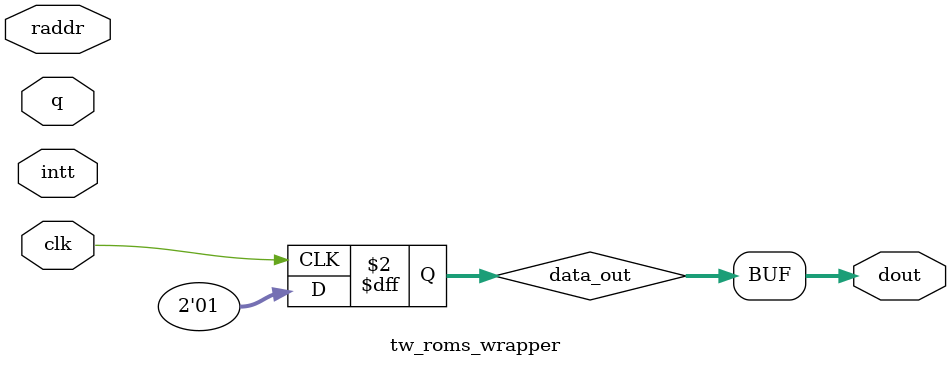
<source format=v>
`timescale 1ns / 1ps

module tw_roms_wrapper
#(
    parameter LOGQ       = 0,
    parameter LOGN       = 0,
    parameter IS_Q_FIXED = 0,
    parameter Q          = 0,
    parameter DELAY_ADD  = 0,
    parameter DELAY_SUB  = 0,
    parameter DELAY_MUL  = 0,
    parameter   DSP_W    = 0,
    parameter   DSP_H    = 0,
    parameter DELAY_RED  = 0,
    parameter   TYPE_RED = 0,
    parameter   W        = 0,
    parameter   L        = 0,
    parameter   MULLAT   = 0,
    parameter   ADDPIP   = 0,
    parameter   R_w      = 0,
    parameter DELAY_DIV2 = 0,
    parameter DELAY_BRAM = 0,
    parameter DELAY_BROM = 0,
    parameter DELAY_FIFO = 0,
    parameter BTF_GS     = 0,
    // specific
    parameter STAGE      = 0
)(
    input               clk,
    input               intt,
    input  [LOGQ-1:0]   q,
    input  [LOGN-1:0]   raddr, 
    output [LOGQ-1:0]   dout
);
    wire [LOGQ-1:0] data_tw;
    reg [LOGQ-1:0] data_out;
    
    generate
        if (STAGE==11) begin
            tw_rom_11 #(LOGN, LOGQ, DELAY_BROM, STAGE) tw11 (clk, raddr, data_tw);
        end
        if (STAGE==10) begin
            tw_rom_10 #(LOGN, LOGQ, DELAY_BROM, STAGE) tw10 (clk, raddr, data_tw);
        end
        if (STAGE==9) begin
            tw_rom_9 #(LOGN, LOGQ, DELAY_BROM, STAGE) tw9  (clk, raddr, data_tw);
        end
        if (STAGE==8) begin
            tw_rom_8 #(LOGN, LOGQ, DELAY_BROM, STAGE) tw8  (clk, raddr, data_tw);
        end
        if (STAGE==7) begin
            tw_rom_7 #(LOGN, LOGQ, DELAY_BROM, STAGE) tw7  (clk, raddr, data_tw);
        end
        if (STAGE==6) begin
            tw_rom_6 #(LOGN, LOGQ, DELAY_BROM, STAGE) tw6  (clk, raddr, data_tw);
        end
        if (STAGE==5) begin
            tw_rom_5 #(LOGN, LOGQ, DELAY_BROM, STAGE) tw5  (clk, raddr, data_tw);
        end
        if (STAGE==4) begin
            tw_rom_4 #(LOGN, LOGQ, DELAY_BROM, STAGE) tw4  (clk, raddr, data_tw);
        end
        if (STAGE==3) begin
            tw_rom_3 #(LOGN, LOGQ, DELAY_BROM, STAGE) tw3  (clk, raddr, data_tw);
        end
        if (STAGE==2) begin
            tw_rom_2 #(LOGN, LOGQ, DELAY_BROM, STAGE) tw2  (clk, raddr, data_tw);
        end
        if (STAGE==1) begin
            tw_rom_1 #(LOGN, LOGQ, DELAY_BROM, STAGE) tw1  (clk, raddr, data_tw);
        end
    
        // inverse NTT tiddle factor optimization to reduce twiddle rom usage
        always @(posedge clk) begin
            if (STAGE==0) begin
                data_out = (TYPE_RED) ? R_w : 1;
            end
            else begin
              data_out = (TYPE_RED) ? (intt==1 && data_tw!=R_w) ? (q - data_tw) : data_tw
                                    : (intt==1 && data_tw!=1) ? (q - data_tw) : data_tw;
            end
        end
    endgenerate
    
    assign dout = data_out; 
    
endmodule
</source>
